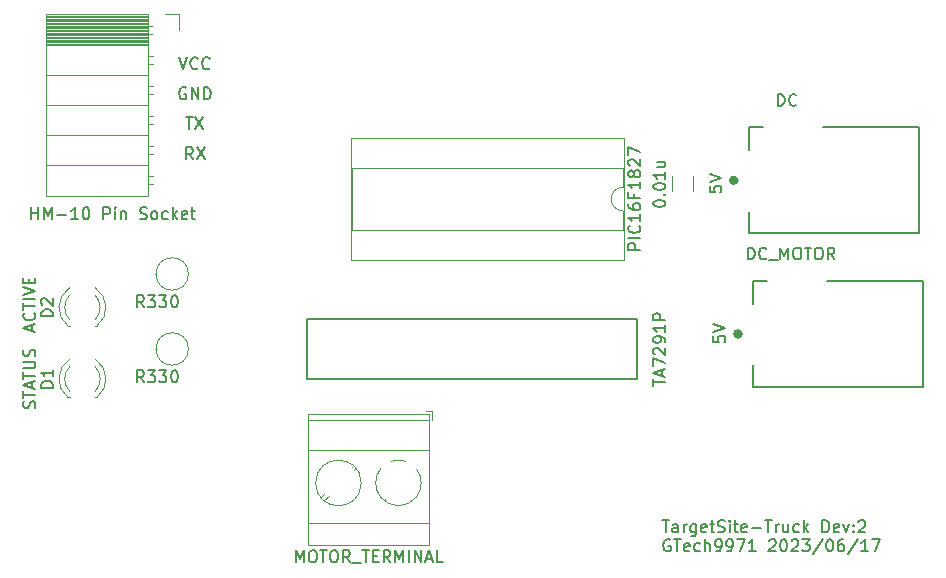
<source format=gto>
G04 #@! TF.GenerationSoftware,KiCad,Pcbnew,(6.0.11-0)*
G04 #@! TF.CreationDate,2023-06-17T18:40:16+09:00*
G04 #@! TF.ProjectId,TargetSite-Truck,54617267-6574-4536-9974-652d54727563,1*
G04 #@! TF.SameCoordinates,Original*
G04 #@! TF.FileFunction,Legend,Top*
G04 #@! TF.FilePolarity,Positive*
%FSLAX46Y46*%
G04 Gerber Fmt 4.6, Leading zero omitted, Abs format (unit mm)*
G04 Created by KiCad (PCBNEW (6.0.11-0)) date 2023-06-17 18:40:16*
%MOMM*%
%LPD*%
G01*
G04 APERTURE LIST*
%ADD10C,0.150000*%
%ADD11C,0.120000*%
%ADD12C,0.127000*%
%ADD13C,0.400000*%
G04 APERTURE END LIST*
D10*
X145708333Y-94892380D02*
X145375000Y-94416190D01*
X145136904Y-94892380D02*
X145136904Y-93892380D01*
X145517857Y-93892380D01*
X145613095Y-93940000D01*
X145660714Y-93987619D01*
X145708333Y-94082857D01*
X145708333Y-94225714D01*
X145660714Y-94320952D01*
X145613095Y-94368571D01*
X145517857Y-94416190D01*
X145136904Y-94416190D01*
X146041666Y-93892380D02*
X146708333Y-94892380D01*
X146708333Y-93892380D02*
X146041666Y-94892380D01*
X189777380Y-109870476D02*
X189777380Y-110346666D01*
X190253571Y-110394285D01*
X190205952Y-110346666D01*
X190158333Y-110251428D01*
X190158333Y-110013333D01*
X190205952Y-109918095D01*
X190253571Y-109870476D01*
X190348809Y-109822857D01*
X190586904Y-109822857D01*
X190682142Y-109870476D01*
X190729761Y-109918095D01*
X190777380Y-110013333D01*
X190777380Y-110251428D01*
X190729761Y-110346666D01*
X190682142Y-110394285D01*
X189777380Y-109537142D02*
X190777380Y-109203809D01*
X189777380Y-108870476D01*
X145113095Y-88860000D02*
X145017857Y-88812380D01*
X144875000Y-88812380D01*
X144732142Y-88860000D01*
X144636904Y-88955238D01*
X144589285Y-89050476D01*
X144541666Y-89240952D01*
X144541666Y-89383809D01*
X144589285Y-89574285D01*
X144636904Y-89669523D01*
X144732142Y-89764761D01*
X144875000Y-89812380D01*
X144970238Y-89812380D01*
X145113095Y-89764761D01*
X145160714Y-89717142D01*
X145160714Y-89383809D01*
X144970238Y-89383809D01*
X145589285Y-89812380D02*
X145589285Y-88812380D01*
X146160714Y-89812380D01*
X146160714Y-88812380D01*
X146636904Y-89812380D02*
X146636904Y-88812380D01*
X146875000Y-88812380D01*
X147017857Y-88860000D01*
X147113095Y-88955238D01*
X147160714Y-89050476D01*
X147208333Y-89240952D01*
X147208333Y-89383809D01*
X147160714Y-89574285D01*
X147113095Y-89669523D01*
X147017857Y-89764761D01*
X146875000Y-89812380D01*
X146636904Y-89812380D01*
X185437738Y-125472380D02*
X186009166Y-125472380D01*
X185723452Y-126472380D02*
X185723452Y-125472380D01*
X186771071Y-126472380D02*
X186771071Y-125948571D01*
X186723452Y-125853333D01*
X186628214Y-125805714D01*
X186437738Y-125805714D01*
X186342500Y-125853333D01*
X186771071Y-126424761D02*
X186675833Y-126472380D01*
X186437738Y-126472380D01*
X186342500Y-126424761D01*
X186294880Y-126329523D01*
X186294880Y-126234285D01*
X186342500Y-126139047D01*
X186437738Y-126091428D01*
X186675833Y-126091428D01*
X186771071Y-126043809D01*
X187247261Y-126472380D02*
X187247261Y-125805714D01*
X187247261Y-125996190D02*
X187294880Y-125900952D01*
X187342500Y-125853333D01*
X187437738Y-125805714D01*
X187532976Y-125805714D01*
X188294880Y-125805714D02*
X188294880Y-126615238D01*
X188247261Y-126710476D01*
X188199642Y-126758095D01*
X188104404Y-126805714D01*
X187961547Y-126805714D01*
X187866309Y-126758095D01*
X188294880Y-126424761D02*
X188199642Y-126472380D01*
X188009166Y-126472380D01*
X187913928Y-126424761D01*
X187866309Y-126377142D01*
X187818690Y-126281904D01*
X187818690Y-125996190D01*
X187866309Y-125900952D01*
X187913928Y-125853333D01*
X188009166Y-125805714D01*
X188199642Y-125805714D01*
X188294880Y-125853333D01*
X189152023Y-126424761D02*
X189056785Y-126472380D01*
X188866309Y-126472380D01*
X188771071Y-126424761D01*
X188723452Y-126329523D01*
X188723452Y-125948571D01*
X188771071Y-125853333D01*
X188866309Y-125805714D01*
X189056785Y-125805714D01*
X189152023Y-125853333D01*
X189199642Y-125948571D01*
X189199642Y-126043809D01*
X188723452Y-126139047D01*
X189485357Y-125805714D02*
X189866309Y-125805714D01*
X189628214Y-125472380D02*
X189628214Y-126329523D01*
X189675833Y-126424761D01*
X189771071Y-126472380D01*
X189866309Y-126472380D01*
X190152023Y-126424761D02*
X190294880Y-126472380D01*
X190532976Y-126472380D01*
X190628214Y-126424761D01*
X190675833Y-126377142D01*
X190723452Y-126281904D01*
X190723452Y-126186666D01*
X190675833Y-126091428D01*
X190628214Y-126043809D01*
X190532976Y-125996190D01*
X190342500Y-125948571D01*
X190247261Y-125900952D01*
X190199642Y-125853333D01*
X190152023Y-125758095D01*
X190152023Y-125662857D01*
X190199642Y-125567619D01*
X190247261Y-125520000D01*
X190342500Y-125472380D01*
X190580595Y-125472380D01*
X190723452Y-125520000D01*
X191152023Y-126472380D02*
X191152023Y-125805714D01*
X191152023Y-125472380D02*
X191104404Y-125520000D01*
X191152023Y-125567619D01*
X191199642Y-125520000D01*
X191152023Y-125472380D01*
X191152023Y-125567619D01*
X191485357Y-125805714D02*
X191866309Y-125805714D01*
X191628214Y-125472380D02*
X191628214Y-126329523D01*
X191675833Y-126424761D01*
X191771071Y-126472380D01*
X191866309Y-126472380D01*
X192580595Y-126424761D02*
X192485357Y-126472380D01*
X192294880Y-126472380D01*
X192199642Y-126424761D01*
X192152023Y-126329523D01*
X192152023Y-125948571D01*
X192199642Y-125853333D01*
X192294880Y-125805714D01*
X192485357Y-125805714D01*
X192580595Y-125853333D01*
X192628214Y-125948571D01*
X192628214Y-126043809D01*
X192152023Y-126139047D01*
X193056785Y-126091428D02*
X193818690Y-126091428D01*
X194152023Y-125472380D02*
X194723452Y-125472380D01*
X194437738Y-126472380D02*
X194437738Y-125472380D01*
X195056785Y-126472380D02*
X195056785Y-125805714D01*
X195056785Y-125996190D02*
X195104404Y-125900952D01*
X195152023Y-125853333D01*
X195247261Y-125805714D01*
X195342500Y-125805714D01*
X196104404Y-125805714D02*
X196104404Y-126472380D01*
X195675833Y-125805714D02*
X195675833Y-126329523D01*
X195723452Y-126424761D01*
X195818690Y-126472380D01*
X195961547Y-126472380D01*
X196056785Y-126424761D01*
X196104404Y-126377142D01*
X197009166Y-126424761D02*
X196913928Y-126472380D01*
X196723452Y-126472380D01*
X196628214Y-126424761D01*
X196580595Y-126377142D01*
X196532976Y-126281904D01*
X196532976Y-125996190D01*
X196580595Y-125900952D01*
X196628214Y-125853333D01*
X196723452Y-125805714D01*
X196913928Y-125805714D01*
X197009166Y-125853333D01*
X197437738Y-126472380D02*
X197437738Y-125472380D01*
X197532976Y-126091428D02*
X197818690Y-126472380D01*
X197818690Y-125805714D02*
X197437738Y-126186666D01*
X199009166Y-126472380D02*
X199009166Y-125472380D01*
X199247261Y-125472380D01*
X199390119Y-125520000D01*
X199485357Y-125615238D01*
X199532976Y-125710476D01*
X199580595Y-125900952D01*
X199580595Y-126043809D01*
X199532976Y-126234285D01*
X199485357Y-126329523D01*
X199390119Y-126424761D01*
X199247261Y-126472380D01*
X199009166Y-126472380D01*
X200390119Y-126424761D02*
X200294880Y-126472380D01*
X200104404Y-126472380D01*
X200009166Y-126424761D01*
X199961547Y-126329523D01*
X199961547Y-125948571D01*
X200009166Y-125853333D01*
X200104404Y-125805714D01*
X200294880Y-125805714D01*
X200390119Y-125853333D01*
X200437738Y-125948571D01*
X200437738Y-126043809D01*
X199961547Y-126139047D01*
X200771071Y-125805714D02*
X201009166Y-126472380D01*
X201247261Y-125805714D01*
X201628214Y-126377142D02*
X201675833Y-126424761D01*
X201628214Y-126472380D01*
X201580595Y-126424761D01*
X201628214Y-126377142D01*
X201628214Y-126472380D01*
X201628214Y-125853333D02*
X201675833Y-125900952D01*
X201628214Y-125948571D01*
X201580595Y-125900952D01*
X201628214Y-125853333D01*
X201628214Y-125948571D01*
X202056785Y-125567619D02*
X202104404Y-125520000D01*
X202199642Y-125472380D01*
X202437738Y-125472380D01*
X202532976Y-125520000D01*
X202580595Y-125567619D01*
X202628214Y-125662857D01*
X202628214Y-125758095D01*
X202580595Y-125900952D01*
X202009166Y-126472380D01*
X202628214Y-126472380D01*
X186104404Y-127130000D02*
X186009166Y-127082380D01*
X185866309Y-127082380D01*
X185723452Y-127130000D01*
X185628214Y-127225238D01*
X185580595Y-127320476D01*
X185532976Y-127510952D01*
X185532976Y-127653809D01*
X185580595Y-127844285D01*
X185628214Y-127939523D01*
X185723452Y-128034761D01*
X185866309Y-128082380D01*
X185961547Y-128082380D01*
X186104404Y-128034761D01*
X186152023Y-127987142D01*
X186152023Y-127653809D01*
X185961547Y-127653809D01*
X186437738Y-127082380D02*
X187009166Y-127082380D01*
X186723452Y-128082380D02*
X186723452Y-127082380D01*
X187723452Y-128034761D02*
X187628214Y-128082380D01*
X187437738Y-128082380D01*
X187342500Y-128034761D01*
X187294880Y-127939523D01*
X187294880Y-127558571D01*
X187342500Y-127463333D01*
X187437738Y-127415714D01*
X187628214Y-127415714D01*
X187723452Y-127463333D01*
X187771071Y-127558571D01*
X187771071Y-127653809D01*
X187294880Y-127749047D01*
X188628214Y-128034761D02*
X188532976Y-128082380D01*
X188342500Y-128082380D01*
X188247261Y-128034761D01*
X188199642Y-127987142D01*
X188152023Y-127891904D01*
X188152023Y-127606190D01*
X188199642Y-127510952D01*
X188247261Y-127463333D01*
X188342500Y-127415714D01*
X188532976Y-127415714D01*
X188628214Y-127463333D01*
X189056785Y-128082380D02*
X189056785Y-127082380D01*
X189485357Y-128082380D02*
X189485357Y-127558571D01*
X189437738Y-127463333D01*
X189342500Y-127415714D01*
X189199642Y-127415714D01*
X189104404Y-127463333D01*
X189056785Y-127510952D01*
X190009166Y-128082380D02*
X190199642Y-128082380D01*
X190294880Y-128034761D01*
X190342500Y-127987142D01*
X190437738Y-127844285D01*
X190485357Y-127653809D01*
X190485357Y-127272857D01*
X190437738Y-127177619D01*
X190390119Y-127130000D01*
X190294880Y-127082380D01*
X190104404Y-127082380D01*
X190009166Y-127130000D01*
X189961547Y-127177619D01*
X189913928Y-127272857D01*
X189913928Y-127510952D01*
X189961547Y-127606190D01*
X190009166Y-127653809D01*
X190104404Y-127701428D01*
X190294880Y-127701428D01*
X190390119Y-127653809D01*
X190437738Y-127606190D01*
X190485357Y-127510952D01*
X190961547Y-128082380D02*
X191152023Y-128082380D01*
X191247261Y-128034761D01*
X191294880Y-127987142D01*
X191390119Y-127844285D01*
X191437738Y-127653809D01*
X191437738Y-127272857D01*
X191390119Y-127177619D01*
X191342500Y-127130000D01*
X191247261Y-127082380D01*
X191056785Y-127082380D01*
X190961547Y-127130000D01*
X190913928Y-127177619D01*
X190866309Y-127272857D01*
X190866309Y-127510952D01*
X190913928Y-127606190D01*
X190961547Y-127653809D01*
X191056785Y-127701428D01*
X191247261Y-127701428D01*
X191342500Y-127653809D01*
X191390119Y-127606190D01*
X191437738Y-127510952D01*
X191771071Y-127082380D02*
X192437738Y-127082380D01*
X192009166Y-128082380D01*
X193342500Y-128082380D02*
X192771071Y-128082380D01*
X193056785Y-128082380D02*
X193056785Y-127082380D01*
X192961547Y-127225238D01*
X192866309Y-127320476D01*
X192771071Y-127368095D01*
X194485357Y-127177619D02*
X194532976Y-127130000D01*
X194628214Y-127082380D01*
X194866309Y-127082380D01*
X194961547Y-127130000D01*
X195009166Y-127177619D01*
X195056785Y-127272857D01*
X195056785Y-127368095D01*
X195009166Y-127510952D01*
X194437738Y-128082380D01*
X195056785Y-128082380D01*
X195675833Y-127082380D02*
X195771071Y-127082380D01*
X195866309Y-127130000D01*
X195913928Y-127177619D01*
X195961547Y-127272857D01*
X196009166Y-127463333D01*
X196009166Y-127701428D01*
X195961547Y-127891904D01*
X195913928Y-127987142D01*
X195866309Y-128034761D01*
X195771071Y-128082380D01*
X195675833Y-128082380D01*
X195580595Y-128034761D01*
X195532976Y-127987142D01*
X195485357Y-127891904D01*
X195437738Y-127701428D01*
X195437738Y-127463333D01*
X195485357Y-127272857D01*
X195532976Y-127177619D01*
X195580595Y-127130000D01*
X195675833Y-127082380D01*
X196390119Y-127177619D02*
X196437738Y-127130000D01*
X196532976Y-127082380D01*
X196771071Y-127082380D01*
X196866309Y-127130000D01*
X196913928Y-127177619D01*
X196961547Y-127272857D01*
X196961547Y-127368095D01*
X196913928Y-127510952D01*
X196342500Y-128082380D01*
X196961547Y-128082380D01*
X197294880Y-127082380D02*
X197913928Y-127082380D01*
X197580595Y-127463333D01*
X197723452Y-127463333D01*
X197818690Y-127510952D01*
X197866309Y-127558571D01*
X197913928Y-127653809D01*
X197913928Y-127891904D01*
X197866309Y-127987142D01*
X197818690Y-128034761D01*
X197723452Y-128082380D01*
X197437738Y-128082380D01*
X197342500Y-128034761D01*
X197294880Y-127987142D01*
X199056785Y-127034761D02*
X198199642Y-128320476D01*
X199580595Y-127082380D02*
X199675833Y-127082380D01*
X199771071Y-127130000D01*
X199818690Y-127177619D01*
X199866309Y-127272857D01*
X199913928Y-127463333D01*
X199913928Y-127701428D01*
X199866309Y-127891904D01*
X199818690Y-127987142D01*
X199771071Y-128034761D01*
X199675833Y-128082380D01*
X199580595Y-128082380D01*
X199485357Y-128034761D01*
X199437738Y-127987142D01*
X199390119Y-127891904D01*
X199342500Y-127701428D01*
X199342500Y-127463333D01*
X199390119Y-127272857D01*
X199437738Y-127177619D01*
X199485357Y-127130000D01*
X199580595Y-127082380D01*
X200771071Y-127082380D02*
X200580595Y-127082380D01*
X200485357Y-127130000D01*
X200437738Y-127177619D01*
X200342500Y-127320476D01*
X200294880Y-127510952D01*
X200294880Y-127891904D01*
X200342500Y-127987142D01*
X200390119Y-128034761D01*
X200485357Y-128082380D01*
X200675833Y-128082380D01*
X200771071Y-128034761D01*
X200818690Y-127987142D01*
X200866309Y-127891904D01*
X200866309Y-127653809D01*
X200818690Y-127558571D01*
X200771071Y-127510952D01*
X200675833Y-127463333D01*
X200485357Y-127463333D01*
X200390119Y-127510952D01*
X200342500Y-127558571D01*
X200294880Y-127653809D01*
X202009166Y-127034761D02*
X201152023Y-128320476D01*
X202866309Y-128082380D02*
X202294880Y-128082380D01*
X202580595Y-128082380D02*
X202580595Y-127082380D01*
X202485357Y-127225238D01*
X202390119Y-127320476D01*
X202294880Y-127368095D01*
X203199642Y-127082380D02*
X203866309Y-127082380D01*
X203437738Y-128082380D01*
X144541666Y-86272380D02*
X144875000Y-87272380D01*
X145208333Y-86272380D01*
X146113095Y-87177142D02*
X146065476Y-87224761D01*
X145922619Y-87272380D01*
X145827380Y-87272380D01*
X145684523Y-87224761D01*
X145589285Y-87129523D01*
X145541666Y-87034285D01*
X145494047Y-86843809D01*
X145494047Y-86700952D01*
X145541666Y-86510476D01*
X145589285Y-86415238D01*
X145684523Y-86320000D01*
X145827380Y-86272380D01*
X145922619Y-86272380D01*
X146065476Y-86320000D01*
X146113095Y-86367619D01*
X147113095Y-87177142D02*
X147065476Y-87224761D01*
X146922619Y-87272380D01*
X146827380Y-87272380D01*
X146684523Y-87224761D01*
X146589285Y-87129523D01*
X146541666Y-87034285D01*
X146494047Y-86843809D01*
X146494047Y-86700952D01*
X146541666Y-86510476D01*
X146589285Y-86415238D01*
X146684523Y-86320000D01*
X146827380Y-86272380D01*
X146922619Y-86272380D01*
X147065476Y-86320000D01*
X147113095Y-86367619D01*
X132071666Y-109378095D02*
X132071666Y-108901904D01*
X132357380Y-109473333D02*
X131357380Y-109140000D01*
X132357380Y-108806666D01*
X132262142Y-107901904D02*
X132309761Y-107949523D01*
X132357380Y-108092380D01*
X132357380Y-108187619D01*
X132309761Y-108330476D01*
X132214523Y-108425714D01*
X132119285Y-108473333D01*
X131928809Y-108520952D01*
X131785952Y-108520952D01*
X131595476Y-108473333D01*
X131500238Y-108425714D01*
X131405000Y-108330476D01*
X131357380Y-108187619D01*
X131357380Y-108092380D01*
X131405000Y-107949523D01*
X131452619Y-107901904D01*
X131357380Y-107616190D02*
X131357380Y-107044761D01*
X132357380Y-107330476D02*
X131357380Y-107330476D01*
X132357380Y-106711428D02*
X131357380Y-106711428D01*
X131357380Y-106378095D02*
X132357380Y-106044761D01*
X131357380Y-105711428D01*
X131833571Y-105378095D02*
X131833571Y-105044761D01*
X132357380Y-104901904D02*
X132357380Y-105378095D01*
X131357380Y-105378095D01*
X131357380Y-104901904D01*
X132309761Y-115966190D02*
X132357380Y-115823333D01*
X132357380Y-115585238D01*
X132309761Y-115490000D01*
X132262142Y-115442380D01*
X132166904Y-115394761D01*
X132071666Y-115394761D01*
X131976428Y-115442380D01*
X131928809Y-115490000D01*
X131881190Y-115585238D01*
X131833571Y-115775714D01*
X131785952Y-115870952D01*
X131738333Y-115918571D01*
X131643095Y-115966190D01*
X131547857Y-115966190D01*
X131452619Y-115918571D01*
X131405000Y-115870952D01*
X131357380Y-115775714D01*
X131357380Y-115537619D01*
X131405000Y-115394761D01*
X131357380Y-115109047D02*
X131357380Y-114537619D01*
X132357380Y-114823333D02*
X131357380Y-114823333D01*
X132071666Y-114251904D02*
X132071666Y-113775714D01*
X132357380Y-114347142D02*
X131357380Y-114013809D01*
X132357380Y-113680476D01*
X131357380Y-113490000D02*
X131357380Y-112918571D01*
X132357380Y-113204285D02*
X131357380Y-113204285D01*
X131357380Y-112585238D02*
X132166904Y-112585238D01*
X132262142Y-112537619D01*
X132309761Y-112490000D01*
X132357380Y-112394761D01*
X132357380Y-112204285D01*
X132309761Y-112109047D01*
X132262142Y-112061428D01*
X132166904Y-112013809D01*
X131357380Y-112013809D01*
X132309761Y-111585238D02*
X132357380Y-111442380D01*
X132357380Y-111204285D01*
X132309761Y-111109047D01*
X132262142Y-111061428D01*
X132166904Y-111013809D01*
X132071666Y-111013809D01*
X131976428Y-111061428D01*
X131928809Y-111109047D01*
X131881190Y-111204285D01*
X131833571Y-111394761D01*
X131785952Y-111490000D01*
X131738333Y-111537619D01*
X131643095Y-111585238D01*
X131547857Y-111585238D01*
X131452619Y-111537619D01*
X131405000Y-111490000D01*
X131357380Y-111394761D01*
X131357380Y-111156666D01*
X131405000Y-111013809D01*
X145113095Y-91352380D02*
X145684523Y-91352380D01*
X145398809Y-92352380D02*
X145398809Y-91352380D01*
X145922619Y-91352380D02*
X146589285Y-92352380D01*
X146589285Y-91352380D02*
X145922619Y-92352380D01*
X189452380Y-97170476D02*
X189452380Y-97646666D01*
X189928571Y-97694285D01*
X189880952Y-97646666D01*
X189833333Y-97551428D01*
X189833333Y-97313333D01*
X189880952Y-97218095D01*
X189928571Y-97170476D01*
X190023809Y-97122857D01*
X190261904Y-97122857D01*
X190357142Y-97170476D01*
X190404761Y-97218095D01*
X190452380Y-97313333D01*
X190452380Y-97551428D01*
X190404761Y-97646666D01*
X190357142Y-97694285D01*
X189452380Y-96837142D02*
X190452380Y-96503809D01*
X189452380Y-96170476D01*
X132032857Y-99972380D02*
X132032857Y-98972380D01*
X132032857Y-99448571D02*
X132604285Y-99448571D01*
X132604285Y-99972380D02*
X132604285Y-98972380D01*
X133080476Y-99972380D02*
X133080476Y-98972380D01*
X133413809Y-99686666D01*
X133747142Y-98972380D01*
X133747142Y-99972380D01*
X134223333Y-99591428D02*
X134985238Y-99591428D01*
X135985238Y-99972380D02*
X135413809Y-99972380D01*
X135699523Y-99972380D02*
X135699523Y-98972380D01*
X135604285Y-99115238D01*
X135509047Y-99210476D01*
X135413809Y-99258095D01*
X136604285Y-98972380D02*
X136699523Y-98972380D01*
X136794761Y-99020000D01*
X136842380Y-99067619D01*
X136890000Y-99162857D01*
X136937619Y-99353333D01*
X136937619Y-99591428D01*
X136890000Y-99781904D01*
X136842380Y-99877142D01*
X136794761Y-99924761D01*
X136699523Y-99972380D01*
X136604285Y-99972380D01*
X136509047Y-99924761D01*
X136461428Y-99877142D01*
X136413809Y-99781904D01*
X136366190Y-99591428D01*
X136366190Y-99353333D01*
X136413809Y-99162857D01*
X136461428Y-99067619D01*
X136509047Y-99020000D01*
X136604285Y-98972380D01*
X138128095Y-99972380D02*
X138128095Y-98972380D01*
X138509047Y-98972380D01*
X138604285Y-99020000D01*
X138651904Y-99067619D01*
X138699523Y-99162857D01*
X138699523Y-99305714D01*
X138651904Y-99400952D01*
X138604285Y-99448571D01*
X138509047Y-99496190D01*
X138128095Y-99496190D01*
X139128095Y-99972380D02*
X139128095Y-99305714D01*
X139128095Y-98972380D02*
X139080476Y-99020000D01*
X139128095Y-99067619D01*
X139175714Y-99020000D01*
X139128095Y-98972380D01*
X139128095Y-99067619D01*
X139604285Y-99305714D02*
X139604285Y-99972380D01*
X139604285Y-99400952D02*
X139651904Y-99353333D01*
X139747142Y-99305714D01*
X139890000Y-99305714D01*
X139985238Y-99353333D01*
X140032857Y-99448571D01*
X140032857Y-99972380D01*
X141223333Y-99924761D02*
X141366190Y-99972380D01*
X141604285Y-99972380D01*
X141699523Y-99924761D01*
X141747142Y-99877142D01*
X141794761Y-99781904D01*
X141794761Y-99686666D01*
X141747142Y-99591428D01*
X141699523Y-99543809D01*
X141604285Y-99496190D01*
X141413809Y-99448571D01*
X141318571Y-99400952D01*
X141270952Y-99353333D01*
X141223333Y-99258095D01*
X141223333Y-99162857D01*
X141270952Y-99067619D01*
X141318571Y-99020000D01*
X141413809Y-98972380D01*
X141651904Y-98972380D01*
X141794761Y-99020000D01*
X142366190Y-99972380D02*
X142270952Y-99924761D01*
X142223333Y-99877142D01*
X142175714Y-99781904D01*
X142175714Y-99496190D01*
X142223333Y-99400952D01*
X142270952Y-99353333D01*
X142366190Y-99305714D01*
X142509047Y-99305714D01*
X142604285Y-99353333D01*
X142651904Y-99400952D01*
X142699523Y-99496190D01*
X142699523Y-99781904D01*
X142651904Y-99877142D01*
X142604285Y-99924761D01*
X142509047Y-99972380D01*
X142366190Y-99972380D01*
X143556666Y-99924761D02*
X143461428Y-99972380D01*
X143270952Y-99972380D01*
X143175714Y-99924761D01*
X143128095Y-99877142D01*
X143080476Y-99781904D01*
X143080476Y-99496190D01*
X143128095Y-99400952D01*
X143175714Y-99353333D01*
X143270952Y-99305714D01*
X143461428Y-99305714D01*
X143556666Y-99353333D01*
X143985238Y-99972380D02*
X143985238Y-98972380D01*
X144080476Y-99591428D02*
X144366190Y-99972380D01*
X144366190Y-99305714D02*
X143985238Y-99686666D01*
X145175714Y-99924761D02*
X145080476Y-99972380D01*
X144890000Y-99972380D01*
X144794761Y-99924761D01*
X144747142Y-99829523D01*
X144747142Y-99448571D01*
X144794761Y-99353333D01*
X144890000Y-99305714D01*
X145080476Y-99305714D01*
X145175714Y-99353333D01*
X145223333Y-99448571D01*
X145223333Y-99543809D01*
X144747142Y-99639047D01*
X145509047Y-99305714D02*
X145890000Y-99305714D01*
X145651904Y-98972380D02*
X145651904Y-99829523D01*
X145699523Y-99924761D01*
X145794761Y-99972380D01*
X145890000Y-99972380D01*
X133842832Y-114228095D02*
X132842832Y-114228095D01*
X132842832Y-113990000D01*
X132890452Y-113847142D01*
X132985690Y-113751904D01*
X133080928Y-113704285D01*
X133271404Y-113656666D01*
X133414261Y-113656666D01*
X133604737Y-113704285D01*
X133699975Y-113751904D01*
X133795213Y-113847142D01*
X133842832Y-113990000D01*
X133842832Y-114228095D01*
X133842832Y-112704285D02*
X133842832Y-113275714D01*
X133842832Y-112990000D02*
X132842832Y-112990000D01*
X132985690Y-113085238D01*
X133080928Y-113180476D01*
X133128547Y-113275714D01*
X141560952Y-113772380D02*
X141227619Y-113296190D01*
X140989523Y-113772380D02*
X140989523Y-112772380D01*
X141370476Y-112772380D01*
X141465714Y-112820000D01*
X141513333Y-112867619D01*
X141560952Y-112962857D01*
X141560952Y-113105714D01*
X141513333Y-113200952D01*
X141465714Y-113248571D01*
X141370476Y-113296190D01*
X140989523Y-113296190D01*
X141894285Y-112772380D02*
X142513333Y-112772380D01*
X142180000Y-113153333D01*
X142322857Y-113153333D01*
X142418095Y-113200952D01*
X142465714Y-113248571D01*
X142513333Y-113343809D01*
X142513333Y-113581904D01*
X142465714Y-113677142D01*
X142418095Y-113724761D01*
X142322857Y-113772380D01*
X142037142Y-113772380D01*
X141941904Y-113724761D01*
X141894285Y-113677142D01*
X142846666Y-112772380D02*
X143465714Y-112772380D01*
X143132380Y-113153333D01*
X143275238Y-113153333D01*
X143370476Y-113200952D01*
X143418095Y-113248571D01*
X143465714Y-113343809D01*
X143465714Y-113581904D01*
X143418095Y-113677142D01*
X143370476Y-113724761D01*
X143275238Y-113772380D01*
X142989523Y-113772380D01*
X142894285Y-113724761D01*
X142846666Y-113677142D01*
X144084761Y-112772380D02*
X144180000Y-112772380D01*
X144275238Y-112820000D01*
X144322857Y-112867619D01*
X144370476Y-112962857D01*
X144418095Y-113153333D01*
X144418095Y-113391428D01*
X144370476Y-113581904D01*
X144322857Y-113677142D01*
X144275238Y-113724761D01*
X144180000Y-113772380D01*
X144084761Y-113772380D01*
X143989523Y-113724761D01*
X143941904Y-113677142D01*
X143894285Y-113581904D01*
X143846666Y-113391428D01*
X143846666Y-113153333D01*
X143894285Y-112962857D01*
X143941904Y-112867619D01*
X143989523Y-112820000D01*
X144084761Y-112772380D01*
X195223177Y-90362082D02*
X195223177Y-89362035D01*
X195461283Y-89362035D01*
X195604147Y-89409656D01*
X195699390Y-89504899D01*
X195747011Y-89600141D01*
X195794632Y-89790626D01*
X195794632Y-89933490D01*
X195747011Y-90123975D01*
X195699390Y-90219218D01*
X195604147Y-90314460D01*
X195461283Y-90362082D01*
X195223177Y-90362082D01*
X196794679Y-90266839D02*
X196747058Y-90314460D01*
X196604194Y-90362082D01*
X196508952Y-90362082D01*
X196366088Y-90314460D01*
X196270845Y-90219218D01*
X196223224Y-90123975D01*
X196175603Y-89933490D01*
X196175603Y-89790626D01*
X196223224Y-89600141D01*
X196270845Y-89504899D01*
X196366088Y-89409656D01*
X196508952Y-89362035D01*
X196604194Y-89362035D01*
X196747058Y-89409656D01*
X196794679Y-89457277D01*
X154424619Y-129007015D02*
X154424619Y-128007015D01*
X154757953Y-128721301D01*
X155091286Y-128007015D01*
X155091286Y-129007015D01*
X155757953Y-128007015D02*
X155948429Y-128007015D01*
X156043667Y-128054635D01*
X156138905Y-128149873D01*
X156186524Y-128340349D01*
X156186524Y-128673682D01*
X156138905Y-128864158D01*
X156043667Y-128959396D01*
X155948429Y-129007015D01*
X155757953Y-129007015D01*
X155662715Y-128959396D01*
X155567477Y-128864158D01*
X155519857Y-128673682D01*
X155519857Y-128340349D01*
X155567477Y-128149873D01*
X155662715Y-128054635D01*
X155757953Y-128007015D01*
X156472238Y-128007015D02*
X157043667Y-128007015D01*
X156757953Y-129007015D02*
X156757953Y-128007015D01*
X157567477Y-128007015D02*
X157757953Y-128007015D01*
X157853191Y-128054635D01*
X157948429Y-128149873D01*
X157996048Y-128340349D01*
X157996048Y-128673682D01*
X157948429Y-128864158D01*
X157853191Y-128959396D01*
X157757953Y-129007015D01*
X157567477Y-129007015D01*
X157472238Y-128959396D01*
X157377000Y-128864158D01*
X157329381Y-128673682D01*
X157329381Y-128340349D01*
X157377000Y-128149873D01*
X157472238Y-128054635D01*
X157567477Y-128007015D01*
X158996048Y-129007015D02*
X158662715Y-128530825D01*
X158424619Y-129007015D02*
X158424619Y-128007015D01*
X158805572Y-128007015D01*
X158900810Y-128054635D01*
X158948429Y-128102254D01*
X158996048Y-128197492D01*
X158996048Y-128340349D01*
X158948429Y-128435587D01*
X158900810Y-128483206D01*
X158805572Y-128530825D01*
X158424619Y-128530825D01*
X159186524Y-129102254D02*
X159948429Y-129102254D01*
X160043667Y-128007015D02*
X160615096Y-128007015D01*
X160329381Y-129007015D02*
X160329381Y-128007015D01*
X160948429Y-128483206D02*
X161281762Y-128483206D01*
X161424619Y-129007015D02*
X160948429Y-129007015D01*
X160948429Y-128007015D01*
X161424619Y-128007015D01*
X162424619Y-129007015D02*
X162091286Y-128530825D01*
X161853191Y-129007015D02*
X161853191Y-128007015D01*
X162234143Y-128007015D01*
X162329381Y-128054635D01*
X162377000Y-128102254D01*
X162424619Y-128197492D01*
X162424619Y-128340349D01*
X162377000Y-128435587D01*
X162329381Y-128483206D01*
X162234143Y-128530825D01*
X161853191Y-128530825D01*
X162853191Y-129007015D02*
X162853191Y-128007015D01*
X163186524Y-128721301D01*
X163519857Y-128007015D01*
X163519857Y-129007015D01*
X163996048Y-129007015D02*
X163996048Y-128007015D01*
X164472238Y-129007015D02*
X164472238Y-128007015D01*
X165043667Y-129007015D01*
X165043667Y-128007015D01*
X165472238Y-128721301D02*
X165948429Y-128721301D01*
X165377000Y-129007015D02*
X165710334Y-128007015D01*
X166043667Y-129007015D01*
X166853191Y-129007015D02*
X166377000Y-129007015D01*
X166377000Y-128007015D01*
X184697212Y-114070005D02*
X184697212Y-113498401D01*
X185697519Y-113784203D02*
X184697212Y-113784203D01*
X185411717Y-113212599D02*
X185411717Y-112736262D01*
X185697519Y-113307866D02*
X184697212Y-112974430D01*
X185697519Y-112640995D01*
X184697212Y-112402826D02*
X184697212Y-111735955D01*
X185697519Y-112164658D01*
X184792480Y-111402519D02*
X184744846Y-111354886D01*
X184697212Y-111259618D01*
X184697212Y-111021450D01*
X184744846Y-110926183D01*
X184792480Y-110878549D01*
X184887747Y-110830915D01*
X184983014Y-110830915D01*
X185125915Y-110878549D01*
X185697519Y-111450153D01*
X185697519Y-110830915D01*
X185697519Y-110354579D02*
X185697519Y-110164044D01*
X185649886Y-110068777D01*
X185602252Y-110021143D01*
X185459351Y-109925876D01*
X185268816Y-109878242D01*
X184887747Y-109878242D01*
X184792480Y-109925876D01*
X184744846Y-109973509D01*
X184697212Y-110068777D01*
X184697212Y-110259311D01*
X184744846Y-110354579D01*
X184792480Y-110402212D01*
X184887747Y-110449846D01*
X185125915Y-110449846D01*
X185221183Y-110402212D01*
X185268816Y-110354579D01*
X185316450Y-110259311D01*
X185316450Y-110068777D01*
X185268816Y-109973509D01*
X185221183Y-109925876D01*
X185125915Y-109878242D01*
X185697519Y-108925569D02*
X185697519Y-109497173D01*
X185697519Y-109211371D02*
X184697212Y-109211371D01*
X184840113Y-109306638D01*
X184935381Y-109401905D01*
X184983014Y-109497173D01*
X185697519Y-108496866D02*
X184697212Y-108496866D01*
X184697212Y-108115796D01*
X184744846Y-108020529D01*
X184792480Y-107972895D01*
X184887747Y-107925262D01*
X185030648Y-107925262D01*
X185125915Y-107972895D01*
X185173549Y-108020529D01*
X185221183Y-108115796D01*
X185221183Y-108496866D01*
X192692089Y-103362082D02*
X192692089Y-102362035D01*
X192930196Y-102362035D01*
X193073059Y-102409656D01*
X193168302Y-102504899D01*
X193215923Y-102600141D01*
X193263545Y-102790626D01*
X193263545Y-102933490D01*
X193215923Y-103123975D01*
X193168302Y-103219218D01*
X193073059Y-103314460D01*
X192930196Y-103362082D01*
X192692089Y-103362082D01*
X194263592Y-103266839D02*
X194215970Y-103314460D01*
X194073106Y-103362082D01*
X193977864Y-103362082D01*
X193835000Y-103314460D01*
X193739757Y-103219218D01*
X193692136Y-103123975D01*
X193644515Y-102933490D01*
X193644515Y-102790626D01*
X193692136Y-102600141D01*
X193739757Y-102504899D01*
X193835000Y-102409656D01*
X193977864Y-102362035D01*
X194073106Y-102362035D01*
X194215970Y-102409656D01*
X194263592Y-102457277D01*
X194454077Y-103457324D02*
X195216017Y-103457324D01*
X195454124Y-103362082D02*
X195454124Y-102362035D01*
X195787473Y-103076354D01*
X196120822Y-102362035D01*
X196120822Y-103362082D01*
X196787520Y-102362035D02*
X196978005Y-102362035D01*
X197073247Y-102409656D01*
X197168490Y-102504899D01*
X197216111Y-102695384D01*
X197216111Y-103028733D01*
X197168490Y-103219218D01*
X197073247Y-103314460D01*
X196978005Y-103362082D01*
X196787520Y-103362082D01*
X196692277Y-103314460D01*
X196597035Y-103219218D01*
X196549413Y-103028733D01*
X196549413Y-102695384D01*
X196597035Y-102504899D01*
X196692277Y-102409656D01*
X196787520Y-102362035D01*
X197501839Y-102362035D02*
X198073294Y-102362035D01*
X197787567Y-103362082D02*
X197787567Y-102362035D01*
X198597129Y-102362035D02*
X198787614Y-102362035D01*
X198882856Y-102409656D01*
X198978099Y-102504899D01*
X199025720Y-102695384D01*
X199025720Y-103028733D01*
X198978099Y-103219218D01*
X198882856Y-103314460D01*
X198787614Y-103362082D01*
X198597129Y-103362082D01*
X198501886Y-103314460D01*
X198406643Y-103219218D01*
X198359022Y-103028733D01*
X198359022Y-102695384D01*
X198406643Y-102504899D01*
X198501886Y-102409656D01*
X198597129Y-102362035D01*
X200025767Y-103362082D02*
X199692418Y-102885869D01*
X199454312Y-103362082D02*
X199454312Y-102362035D01*
X199835282Y-102362035D01*
X199930525Y-102409656D01*
X199978146Y-102457277D01*
X200025767Y-102552520D01*
X200025767Y-102695384D01*
X199978146Y-102790626D01*
X199930525Y-102838248D01*
X199835282Y-102885869D01*
X199454312Y-102885869D01*
X133842832Y-108178095D02*
X132842832Y-108178095D01*
X132842832Y-107940000D01*
X132890452Y-107797142D01*
X132985690Y-107701904D01*
X133080928Y-107654285D01*
X133271404Y-107606666D01*
X133414261Y-107606666D01*
X133604737Y-107654285D01*
X133699975Y-107701904D01*
X133795213Y-107797142D01*
X133842832Y-107940000D01*
X133842832Y-108178095D01*
X132938071Y-107225714D02*
X132890452Y-107178095D01*
X132842832Y-107082857D01*
X132842832Y-106844761D01*
X132890452Y-106749523D01*
X132938071Y-106701904D01*
X133033309Y-106654285D01*
X133128547Y-106654285D01*
X133271404Y-106701904D01*
X133842832Y-107273333D01*
X133842832Y-106654285D01*
X184697380Y-98670476D02*
X184697380Y-98575238D01*
X184745000Y-98480000D01*
X184792619Y-98432380D01*
X184887857Y-98384761D01*
X185078333Y-98337142D01*
X185316428Y-98337142D01*
X185506904Y-98384761D01*
X185602142Y-98432380D01*
X185649761Y-98480000D01*
X185697380Y-98575238D01*
X185697380Y-98670476D01*
X185649761Y-98765714D01*
X185602142Y-98813333D01*
X185506904Y-98860952D01*
X185316428Y-98908571D01*
X185078333Y-98908571D01*
X184887857Y-98860952D01*
X184792619Y-98813333D01*
X184745000Y-98765714D01*
X184697380Y-98670476D01*
X185602142Y-97908571D02*
X185649761Y-97860952D01*
X185697380Y-97908571D01*
X185649761Y-97956190D01*
X185602142Y-97908571D01*
X185697380Y-97908571D01*
X184697380Y-97241904D02*
X184697380Y-97146666D01*
X184745000Y-97051428D01*
X184792619Y-97003809D01*
X184887857Y-96956190D01*
X185078333Y-96908571D01*
X185316428Y-96908571D01*
X185506904Y-96956190D01*
X185602142Y-97003809D01*
X185649761Y-97051428D01*
X185697380Y-97146666D01*
X185697380Y-97241904D01*
X185649761Y-97337142D01*
X185602142Y-97384761D01*
X185506904Y-97432380D01*
X185316428Y-97480000D01*
X185078333Y-97480000D01*
X184887857Y-97432380D01*
X184792619Y-97384761D01*
X184745000Y-97337142D01*
X184697380Y-97241904D01*
X185697380Y-95956190D02*
X185697380Y-96527619D01*
X185697380Y-96241904D02*
X184697380Y-96241904D01*
X184840238Y-96337142D01*
X184935476Y-96432380D01*
X184983095Y-96527619D01*
X185030714Y-95099047D02*
X185697380Y-95099047D01*
X185030714Y-95527619D02*
X185554523Y-95527619D01*
X185649761Y-95480000D01*
X185697380Y-95384761D01*
X185697380Y-95241904D01*
X185649761Y-95146666D01*
X185602142Y-95099047D01*
X141560952Y-107422380D02*
X141227619Y-106946190D01*
X140989523Y-107422380D02*
X140989523Y-106422380D01*
X141370476Y-106422380D01*
X141465714Y-106470000D01*
X141513333Y-106517619D01*
X141560952Y-106612857D01*
X141560952Y-106755714D01*
X141513333Y-106850952D01*
X141465714Y-106898571D01*
X141370476Y-106946190D01*
X140989523Y-106946190D01*
X141894285Y-106422380D02*
X142513333Y-106422380D01*
X142180000Y-106803333D01*
X142322857Y-106803333D01*
X142418095Y-106850952D01*
X142465714Y-106898571D01*
X142513333Y-106993809D01*
X142513333Y-107231904D01*
X142465714Y-107327142D01*
X142418095Y-107374761D01*
X142322857Y-107422380D01*
X142037142Y-107422380D01*
X141941904Y-107374761D01*
X141894285Y-107327142D01*
X142846666Y-106422380D02*
X143465714Y-106422380D01*
X143132380Y-106803333D01*
X143275238Y-106803333D01*
X143370476Y-106850952D01*
X143418095Y-106898571D01*
X143465714Y-106993809D01*
X143465714Y-107231904D01*
X143418095Y-107327142D01*
X143370476Y-107374761D01*
X143275238Y-107422380D01*
X142989523Y-107422380D01*
X142894285Y-107374761D01*
X142846666Y-107327142D01*
X144084761Y-106422380D02*
X144180000Y-106422380D01*
X144275238Y-106470000D01*
X144322857Y-106517619D01*
X144370476Y-106612857D01*
X144418095Y-106803333D01*
X144418095Y-107041428D01*
X144370476Y-107231904D01*
X144322857Y-107327142D01*
X144275238Y-107374761D01*
X144180000Y-107422380D01*
X144084761Y-107422380D01*
X143989523Y-107374761D01*
X143941904Y-107327142D01*
X143894285Y-107231904D01*
X143846666Y-107041428D01*
X143846666Y-106803333D01*
X143894285Y-106612857D01*
X143941904Y-106517619D01*
X143989523Y-106470000D01*
X144084761Y-106422380D01*
X183582380Y-102545714D02*
X182582380Y-102545714D01*
X182582380Y-102164761D01*
X182630000Y-102069523D01*
X182677619Y-102021904D01*
X182772857Y-101974285D01*
X182915714Y-101974285D01*
X183010952Y-102021904D01*
X183058571Y-102069523D01*
X183106190Y-102164761D01*
X183106190Y-102545714D01*
X183582380Y-101545714D02*
X182582380Y-101545714D01*
X183487142Y-100498095D02*
X183534761Y-100545714D01*
X183582380Y-100688571D01*
X183582380Y-100783809D01*
X183534761Y-100926666D01*
X183439523Y-101021904D01*
X183344285Y-101069523D01*
X183153809Y-101117142D01*
X183010952Y-101117142D01*
X182820476Y-101069523D01*
X182725238Y-101021904D01*
X182630000Y-100926666D01*
X182582380Y-100783809D01*
X182582380Y-100688571D01*
X182630000Y-100545714D01*
X182677619Y-100498095D01*
X183582380Y-99545714D02*
X183582380Y-100117142D01*
X183582380Y-99831428D02*
X182582380Y-99831428D01*
X182725238Y-99926666D01*
X182820476Y-100021904D01*
X182868095Y-100117142D01*
X182582380Y-98688571D02*
X182582380Y-98879047D01*
X182630000Y-98974285D01*
X182677619Y-99021904D01*
X182820476Y-99117142D01*
X183010952Y-99164761D01*
X183391904Y-99164761D01*
X183487142Y-99117142D01*
X183534761Y-99069523D01*
X183582380Y-98974285D01*
X183582380Y-98783809D01*
X183534761Y-98688571D01*
X183487142Y-98640952D01*
X183391904Y-98593333D01*
X183153809Y-98593333D01*
X183058571Y-98640952D01*
X183010952Y-98688571D01*
X182963333Y-98783809D01*
X182963333Y-98974285D01*
X183010952Y-99069523D01*
X183058571Y-99117142D01*
X183153809Y-99164761D01*
X183058571Y-97831428D02*
X183058571Y-98164761D01*
X183582380Y-98164761D02*
X182582380Y-98164761D01*
X182582380Y-97688571D01*
X183582380Y-96783809D02*
X183582380Y-97355238D01*
X183582380Y-97069523D02*
X182582380Y-97069523D01*
X182725238Y-97164761D01*
X182820476Y-97260000D01*
X182868095Y-97355238D01*
X183010952Y-96212380D02*
X182963333Y-96307619D01*
X182915714Y-96355238D01*
X182820476Y-96402857D01*
X182772857Y-96402857D01*
X182677619Y-96355238D01*
X182630000Y-96307619D01*
X182582380Y-96212380D01*
X182582380Y-96021904D01*
X182630000Y-95926666D01*
X182677619Y-95879047D01*
X182772857Y-95831428D01*
X182820476Y-95831428D01*
X182915714Y-95879047D01*
X182963333Y-95926666D01*
X183010952Y-96021904D01*
X183010952Y-96212380D01*
X183058571Y-96307619D01*
X183106190Y-96355238D01*
X183201428Y-96402857D01*
X183391904Y-96402857D01*
X183487142Y-96355238D01*
X183534761Y-96307619D01*
X183582380Y-96212380D01*
X183582380Y-96021904D01*
X183534761Y-95926666D01*
X183487142Y-95879047D01*
X183391904Y-95831428D01*
X183201428Y-95831428D01*
X183106190Y-95879047D01*
X183058571Y-95926666D01*
X183010952Y-96021904D01*
X182677619Y-95450476D02*
X182630000Y-95402857D01*
X182582380Y-95307619D01*
X182582380Y-95069523D01*
X182630000Y-94974285D01*
X182677619Y-94926666D01*
X182772857Y-94879047D01*
X182868095Y-94879047D01*
X183010952Y-94926666D01*
X183582380Y-95498095D01*
X183582380Y-94879047D01*
X182582380Y-94545714D02*
X182582380Y-93879047D01*
X183582380Y-94307619D01*
D11*
X144490000Y-82632850D02*
X144490000Y-83962850D01*
X133290000Y-97992850D02*
X141920000Y-97992850D01*
X133290000Y-84878560D02*
X141920000Y-84878560D01*
X141920000Y-96302850D02*
X142330000Y-96302850D01*
X133290000Y-84169990D02*
X141920000Y-84169990D01*
X133290000Y-83815705D02*
X141920000Y-83815705D01*
X133290000Y-87772850D02*
X141920000Y-87772850D01*
X133290000Y-82632850D02*
X133290000Y-97992850D01*
X133290000Y-82752850D02*
X141920000Y-82752850D01*
X133290000Y-84406180D02*
X141920000Y-84406180D01*
X141920000Y-83602850D02*
X142270000Y-83602850D01*
X133290000Y-84642370D02*
X141920000Y-84642370D01*
X143380000Y-82632850D02*
X144490000Y-82632850D01*
X133290000Y-85114750D02*
X141920000Y-85114750D01*
X141920000Y-89402850D02*
X142330000Y-89402850D01*
X141920000Y-86862850D02*
X142330000Y-86862850D01*
X133290000Y-84288085D02*
X141920000Y-84288085D01*
X141920000Y-91222850D02*
X142330000Y-91222850D01*
X141920000Y-84322850D02*
X142270000Y-84322850D01*
X141920000Y-93762850D02*
X142330000Y-93762850D01*
X133290000Y-92852850D02*
X141920000Y-92852850D01*
X141920000Y-97022850D02*
X142330000Y-97022850D01*
X133290000Y-82989040D02*
X141920000Y-82989040D01*
X133290000Y-83107135D02*
X141920000Y-83107135D01*
X133290000Y-83933800D02*
X141920000Y-83933800D01*
X133290000Y-84996655D02*
X141920000Y-84996655D01*
X133290000Y-83697610D02*
X141920000Y-83697610D01*
X141920000Y-88682850D02*
X142330000Y-88682850D01*
X133290000Y-84051895D02*
X141920000Y-84051895D01*
X133290000Y-83461420D02*
X141920000Y-83461420D01*
X133290000Y-82632850D02*
X141920000Y-82632850D01*
X141920000Y-86142850D02*
X142330000Y-86142850D01*
X141920000Y-91942850D02*
X142330000Y-91942850D01*
X133290000Y-83225230D02*
X141920000Y-83225230D01*
X133290000Y-83579515D02*
X141920000Y-83579515D01*
X133290000Y-84524275D02*
X141920000Y-84524275D01*
X133290000Y-85232850D02*
X141920000Y-85232850D01*
X141920000Y-94482850D02*
X142330000Y-94482850D01*
X133290000Y-90312850D02*
X141920000Y-90312850D01*
X133290000Y-84760465D02*
X141920000Y-84760465D01*
X133290000Y-83343325D02*
X141920000Y-83343325D01*
X141920000Y-82632850D02*
X141920000Y-97992850D01*
X133290000Y-82870945D02*
X141920000Y-82870945D01*
X133290000Y-95392850D02*
X141920000Y-95392850D01*
X135114452Y-115050000D02*
X135270452Y-115050000D01*
X137430452Y-115050000D02*
X137586452Y-115050000D01*
X137430452Y-114530961D02*
G75*
G03*
X137430289Y-112448870I-1080000J1040961D01*
G01*
X135270615Y-112448870D02*
G75*
G03*
X135270452Y-114530961I1079837J-1041130D01*
G01*
X135271844Y-111817665D02*
G75*
G03*
X135114936Y-115050000I1078608J-1672335D01*
G01*
X137585968Y-115050000D02*
G75*
G03*
X137429060Y-111817665I-1235516J1560000D01*
G01*
X142580000Y-110950000D02*
X142510000Y-110950000D01*
X145320000Y-110950000D02*
G75*
G03*
X145320000Y-110950000I-1370000J0D01*
G01*
D12*
X192800000Y-101175000D02*
X192800000Y-99325000D01*
X207200000Y-92175000D02*
X207200000Y-101175000D01*
X199050000Y-92175000D02*
X207200000Y-92175000D01*
X192800000Y-92175000D02*
X193950000Y-92175000D01*
X192800000Y-94125000D02*
X192800000Y-92175000D01*
X207200000Y-101175000D02*
X192800000Y-101175000D01*
D13*
X191700000Y-96675000D02*
G75*
G03*
X191700000Y-96675000I-200000J0D01*
G01*
D11*
X161878477Y-123758635D02*
X162094477Y-123543635D01*
X165707477Y-125694635D02*
X155427477Y-125694635D01*
X159383477Y-121173635D02*
X159490477Y-121066635D01*
X165707477Y-116434635D02*
X155427477Y-116434635D01*
X156798477Y-123758635D02*
X157189477Y-123368635D01*
X165947477Y-116194635D02*
X165447477Y-116194635D01*
X165707477Y-116994635D02*
X155427477Y-116994635D01*
X155427477Y-127554635D02*
X155427477Y-116434635D01*
X165707477Y-127554635D02*
X165707477Y-116434635D01*
X165707477Y-127554635D02*
X155427477Y-127554635D01*
X159174477Y-120911635D02*
X159255477Y-120830635D01*
X156563477Y-123523635D02*
X156913477Y-123173635D01*
X165947477Y-116934635D02*
X165947477Y-116194635D01*
X165707477Y-119494635D02*
X155427477Y-119494635D01*
X164628477Y-123483635D02*
G75*
G03*
X164629122Y-121106460I-1521000J1189000D01*
G01*
X163704477Y-120458635D02*
G75*
G03*
X163074208Y-120364299I-596995J-1835976D01*
G01*
X161607477Y-123509635D02*
G75*
G03*
X164607794Y-123509244I1500000J1214998D01*
G01*
X161586477Y-121105635D02*
G75*
G03*
X161585832Y-123482810I1521000J-1189000D01*
G01*
X159957477Y-122294635D02*
G75*
G03*
X159957477Y-122294635I-1930000J0D01*
G01*
X163107477Y-120364635D02*
G75*
G03*
X162511074Y-120459096I5J-1930033D01*
G01*
D12*
X183340000Y-113490000D02*
X183340000Y-108410000D01*
X183340000Y-108410000D02*
X155400000Y-108410000D01*
X155400000Y-113490000D02*
X183340000Y-113490000D01*
X155400000Y-108410000D02*
X155400000Y-113490000D01*
X207550000Y-105175000D02*
X207550000Y-114175000D01*
X207550000Y-114175000D02*
X193150000Y-114175000D01*
X193150000Y-114175000D02*
X193150000Y-112325000D01*
X193150000Y-107125000D02*
X193150000Y-105175000D01*
X199400000Y-105175000D02*
X207550000Y-105175000D01*
X193150000Y-105175000D02*
X194300000Y-105175000D01*
D13*
X192050000Y-109675000D02*
G75*
G03*
X192050000Y-109675000I-200000J0D01*
G01*
D11*
X135114452Y-109000000D02*
X135270452Y-109000000D01*
X137430452Y-109000000D02*
X137586452Y-109000000D01*
X137430452Y-108480961D02*
G75*
G03*
X137430289Y-106398870I-1080000J1040961D01*
G01*
X137585968Y-109000000D02*
G75*
G03*
X137429060Y-105767665I-1235516J1560000D01*
G01*
X135271844Y-105767665D02*
G75*
G03*
X135114936Y-109000000I1078608J-1672335D01*
G01*
X135270615Y-106398870D02*
G75*
G03*
X135270452Y-108480961I1079837J-1041130D01*
G01*
X188070000Y-96321000D02*
X188070000Y-97579000D01*
X186230000Y-96321000D02*
X186230000Y-97579000D01*
X142580000Y-104600000D02*
X142510000Y-104600000D01*
X145320000Y-104600000D02*
G75*
G03*
X145320000Y-104600000I-1370000J0D01*
G01*
X182130000Y-95610000D02*
X159150000Y-95610000D01*
X159150000Y-100910000D02*
X182130000Y-100910000D01*
X182190000Y-103400000D02*
X182190000Y-93120000D01*
X182130000Y-97260000D02*
X182130000Y-95610000D01*
X182190000Y-93120000D02*
X159090000Y-93120000D01*
X159090000Y-93120000D02*
X159090000Y-103400000D01*
X159150000Y-95610000D02*
X159150000Y-100910000D01*
X159090000Y-103400000D02*
X182190000Y-103400000D01*
X182130000Y-100910000D02*
X182130000Y-99260000D01*
X182130000Y-97260000D02*
G75*
G03*
X182130000Y-99260000I0J-1000000D01*
G01*
M02*

</source>
